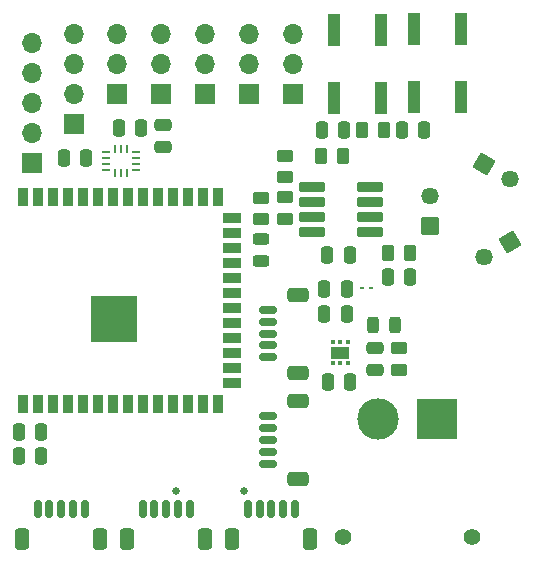
<source format=gbr>
%TF.GenerationSoftware,KiCad,Pcbnew,8.0.3*%
%TF.CreationDate,2024-07-15T22:47:52-04:00*%
%TF.ProjectId,get-a-grip-on-reality,6765742d-612d-4677-9269-702d6f6e2d72,rev?*%
%TF.SameCoordinates,Original*%
%TF.FileFunction,Soldermask,Top*%
%TF.FilePolarity,Negative*%
%FSLAX46Y46*%
G04 Gerber Fmt 4.6, Leading zero omitted, Abs format (unit mm)*
G04 Created by KiCad (PCBNEW 8.0.3) date 2024-07-15 22:47:52*
%MOMM*%
%LPD*%
G01*
G04 APERTURE LIST*
G04 Aperture macros list*
%AMRoundRect*
0 Rectangle with rounded corners*
0 $1 Rounding radius*
0 $2 $3 $4 $5 $6 $7 $8 $9 X,Y pos of 4 corners*
0 Add a 4 corners polygon primitive as box body*
4,1,4,$2,$3,$4,$5,$6,$7,$8,$9,$2,$3,0*
0 Add four circle primitives for the rounded corners*
1,1,$1+$1,$2,$3*
1,1,$1+$1,$4,$5*
1,1,$1+$1,$6,$7*
1,1,$1+$1,$8,$9*
0 Add four rect primitives between the rounded corners*
20,1,$1+$1,$2,$3,$4,$5,0*
20,1,$1+$1,$4,$5,$6,$7,0*
20,1,$1+$1,$6,$7,$8,$9,0*
20,1,$1+$1,$8,$9,$2,$3,0*%
G04 Aperture macros list end*
%ADD10RoundRect,0.102000X0.230230X0.859230X-0.859230X0.230230X-0.230230X-0.859230X0.859230X-0.230230X0*%
%ADD11C,1.462000*%
%ADD12RoundRect,0.250000X0.250000X0.475000X-0.250000X0.475000X-0.250000X-0.475000X0.250000X-0.475000X0*%
%ADD13O,1.700000X1.700000*%
%ADD14R,1.700000X1.700000*%
%ADD15RoundRect,0.250000X-0.650000X0.350000X-0.650000X-0.350000X0.650000X-0.350000X0.650000X0.350000X0*%
%ADD16RoundRect,0.150000X-0.625000X0.150000X-0.625000X-0.150000X0.625000X-0.150000X0.625000X0.150000X0*%
%ADD17RoundRect,0.250000X-0.450000X0.262500X-0.450000X-0.262500X0.450000X-0.262500X0.450000X0.262500X0*%
%ADD18R,1.600000X1.000000*%
%ADD19RoundRect,0.093750X-0.106250X0.093750X-0.106250X-0.093750X0.106250X-0.093750X0.106250X0.093750X0*%
%ADD20RoundRect,0.243750X-0.456250X0.243750X-0.456250X-0.243750X0.456250X-0.243750X0.456250X0.243750X0*%
%ADD21RoundRect,0.250000X-0.250000X-0.475000X0.250000X-0.475000X0.250000X0.475000X-0.250000X0.475000X0*%
%ADD22RoundRect,0.250000X-0.262500X-0.450000X0.262500X-0.450000X0.262500X0.450000X-0.262500X0.450000X0*%
%ADD23RoundRect,0.062500X-0.117500X-0.062500X0.117500X-0.062500X0.117500X0.062500X-0.117500X0.062500X0*%
%ADD24RoundRect,0.250000X0.350000X0.650000X-0.350000X0.650000X-0.350000X-0.650000X0.350000X-0.650000X0*%
%ADD25RoundRect,0.150000X0.150000X0.625000X-0.150000X0.625000X-0.150000X-0.625000X0.150000X-0.625000X0*%
%ADD26R,0.250000X0.675000*%
%ADD27R,0.675000X0.250000*%
%ADD28RoundRect,0.250000X-0.475000X0.250000X-0.475000X-0.250000X0.475000X-0.250000X0.475000X0.250000X0*%
%ADD29R,3.900000X3.900000*%
%ADD30R,0.900000X1.500000*%
%ADD31R,1.500000X0.900000*%
%ADD32RoundRect,0.102000X-0.859230X-0.230230X0.230230X-0.859230X0.859230X0.230230X-0.230230X0.859230X0*%
%ADD33RoundRect,0.243750X0.243750X0.456250X-0.243750X0.456250X-0.243750X-0.456250X0.243750X-0.456250X0*%
%ADD34R,1.000000X2.750000*%
%ADD35RoundRect,0.250000X0.450000X-0.262500X0.450000X0.262500X-0.450000X0.262500X-0.450000X-0.262500X0*%
%ADD36RoundRect,0.102000X0.629000X-0.629000X0.629000X0.629000X-0.629000X0.629000X-0.629000X-0.629000X0*%
%ADD37RoundRect,0.250000X0.262500X0.450000X-0.262500X0.450000X-0.262500X-0.450000X0.262500X-0.450000X0*%
%ADD38RoundRect,0.100500X0.986500X0.301500X-0.986500X0.301500X-0.986500X-0.301500X0.986500X-0.301500X0*%
%ADD39C,3.500000*%
%ADD40R,3.500000X3.500000*%
%ADD41C,1.400000*%
%ADD42C,0.650000*%
G04 APERTURE END LIST*
D10*
%TO.C,D5*%
X83600000Y-52040000D03*
D11*
X81400296Y-53310000D03*
%TD*%
D12*
%TO.C,C8*%
X45775000Y-44875000D03*
X47675000Y-44875000D03*
%TD*%
%TO.C,C6*%
X41975200Y-68066800D03*
X43875200Y-68066800D03*
%TD*%
D13*
%TO.C,J9*%
X57759664Y-34366000D03*
X57759664Y-36906000D03*
D14*
X57759664Y-39446000D03*
%TD*%
D13*
%TO.C,J11*%
X65227000Y-34366000D03*
X65227000Y-36906000D03*
D14*
X65227000Y-39446000D03*
%TD*%
D13*
%TO.C,J10*%
X61493330Y-34366000D03*
X61493330Y-36906000D03*
D14*
X61493330Y-39446000D03*
%TD*%
D15*
%TO.C,J6*%
X65625000Y-63075000D03*
X65625000Y-56475000D03*
D16*
X63100000Y-61775000D03*
X63100000Y-60775000D03*
X63100000Y-59775000D03*
X63100000Y-58775000D03*
X63100000Y-57775000D03*
%TD*%
D17*
%TO.C,R4*%
X64525000Y-46525000D03*
X64525000Y-44700000D03*
%TD*%
D18*
%TO.C,U1*%
X69225000Y-61400000D03*
D19*
X69875000Y-62287500D03*
X69225000Y-62287500D03*
X68575000Y-62287500D03*
X68575000Y-60512500D03*
X69225000Y-60512500D03*
X69875000Y-60512500D03*
%TD*%
D20*
%TO.C,D2*%
X62475000Y-53625000D03*
X62475000Y-51750000D03*
%TD*%
D12*
%TO.C,C5*%
X67847400Y-55992200D03*
X69747400Y-55992200D03*
%TD*%
D21*
%TO.C,C3*%
X69517800Y-42525000D03*
X67617800Y-42525000D03*
%TD*%
D12*
%TO.C,C11*%
X50475000Y-42325000D03*
X52375000Y-42325000D03*
%TD*%
%TO.C,C13*%
X68125000Y-53125000D03*
X70025000Y-53125000D03*
%TD*%
%TO.C,C1*%
X68150000Y-63825000D03*
X70050000Y-63825000D03*
%TD*%
D22*
%TO.C,R1*%
X72883900Y-42525000D03*
X71058900Y-42525000D03*
%TD*%
D23*
%TO.C,D1*%
X71005000Y-55891200D03*
X71845000Y-55891200D03*
%TD*%
D15*
%TO.C,J5*%
X65622400Y-72081200D03*
X65622400Y-65481200D03*
D16*
X63097400Y-70781200D03*
X63097400Y-69781200D03*
X63097400Y-68781200D03*
X63097400Y-67781200D03*
X63097400Y-66781200D03*
%TD*%
D24*
%TO.C,J3*%
X51175000Y-77150000D03*
X57775000Y-77150000D03*
D25*
X52475000Y-74625000D03*
X53475000Y-74625000D03*
X54475000Y-74625000D03*
X55475000Y-74625000D03*
X56475000Y-74625000D03*
%TD*%
D26*
%TO.C,U4*%
X51119200Y-46137500D03*
X50619200Y-46137500D03*
X50119200Y-46137500D03*
D27*
X49356700Y-45875000D03*
X49356700Y-45375000D03*
X49356700Y-44875000D03*
X49356700Y-44375000D03*
D26*
X50119200Y-44112500D03*
X50619200Y-44112500D03*
X51119200Y-44112500D03*
D27*
X51881700Y-44375000D03*
X51881700Y-44875000D03*
X51881700Y-45375000D03*
X51881700Y-45875000D03*
%TD*%
D28*
%TO.C,C9*%
X54200000Y-44000000D03*
X54200000Y-42100000D03*
%TD*%
D21*
%TO.C,C2*%
X76325000Y-42525000D03*
X74425000Y-42525000D03*
%TD*%
D29*
%TO.C,U2*%
X50024000Y-58491000D03*
D30*
X42304000Y-48241000D03*
X43574000Y-48241000D03*
X44844000Y-48241000D03*
X46114000Y-48241000D03*
X47384000Y-48241000D03*
X48654000Y-48241000D03*
X49924000Y-48241000D03*
X51194000Y-48241000D03*
X52464000Y-48241000D03*
X53734000Y-48241000D03*
X55004000Y-48241000D03*
X56274000Y-48241000D03*
X57544000Y-48241000D03*
X58814000Y-48241000D03*
D31*
X60064000Y-50006000D03*
X60064000Y-51276000D03*
X60064000Y-52546000D03*
X60064000Y-53816000D03*
X60064000Y-55086000D03*
X60064000Y-56356000D03*
X60064000Y-57626000D03*
X60064000Y-58896000D03*
X60064000Y-60166000D03*
X60064000Y-61436000D03*
X60064000Y-62706000D03*
X60064000Y-63976000D03*
D30*
X58814000Y-65741000D03*
X57544000Y-65741000D03*
X56274000Y-65741000D03*
X55004000Y-65741000D03*
X53734000Y-65741000D03*
X52464000Y-65741000D03*
X51194000Y-65741000D03*
X49924000Y-65741000D03*
X48654000Y-65741000D03*
X47384000Y-65741000D03*
X46114000Y-65741000D03*
X44844000Y-65741000D03*
X43574000Y-65741000D03*
X42304000Y-65741000D03*
%TD*%
D32*
%TO.C,D6*%
X81400296Y-45405000D03*
D11*
X83600000Y-46675000D03*
%TD*%
D33*
%TO.C,D3*%
X71937500Y-59075000D03*
X73812500Y-59075000D03*
%TD*%
D34*
%TO.C,RESET1*%
X75425000Y-39775000D03*
X75425000Y-34015000D03*
X79425000Y-39775000D03*
X79425000Y-34015000D03*
%TD*%
D12*
%TO.C,C4*%
X67847400Y-58075000D03*
X69747400Y-58075000D03*
%TD*%
D13*
%TO.C,J8*%
X54025998Y-34366000D03*
X54025998Y-36906000D03*
D14*
X54025998Y-39446000D03*
%TD*%
D13*
%TO.C,J1*%
X46675000Y-34375000D03*
X46675000Y-36915000D03*
X46675000Y-39455000D03*
D14*
X46675000Y-41995000D03*
%TD*%
D12*
%TO.C,C7*%
X41980000Y-70100000D03*
X43880000Y-70100000D03*
%TD*%
D13*
%TO.C,J13*%
X43075000Y-35135000D03*
X43075000Y-37675000D03*
X43075000Y-40215000D03*
X43075000Y-42755000D03*
D14*
X43075000Y-45295000D03*
%TD*%
D24*
%TO.C,J2*%
X42275000Y-77155000D03*
X48875000Y-77155000D03*
D25*
X43575000Y-74630000D03*
X44575000Y-74630000D03*
X45575000Y-74630000D03*
X46575000Y-74630000D03*
X47575000Y-74630000D03*
%TD*%
D13*
%TO.C,J7*%
X50292332Y-34366000D03*
X50292332Y-36906000D03*
D14*
X50292332Y-39446000D03*
%TD*%
D35*
%TO.C,R5*%
X64525000Y-48212500D03*
X64525000Y-50037500D03*
%TD*%
%TO.C,R2*%
X62475000Y-48246300D03*
X62475000Y-50071300D03*
%TD*%
D36*
%TO.C,D4*%
X76775000Y-50632500D03*
D11*
X76775000Y-48092500D03*
%TD*%
D37*
%TO.C,R6*%
X73287500Y-52975000D03*
X75112500Y-52975000D03*
%TD*%
D24*
%TO.C,J4*%
X60075000Y-77150000D03*
X66675000Y-77150000D03*
D25*
X61375000Y-74625000D03*
X62375000Y-74625000D03*
X63375000Y-74625000D03*
X64375000Y-74625000D03*
X65375000Y-74625000D03*
%TD*%
D34*
%TO.C,BOOT1*%
X72681800Y-34036400D03*
X72681800Y-39796400D03*
X68681800Y-34036400D03*
X68681800Y-39796400D03*
%TD*%
D28*
%TO.C,C10*%
X72130000Y-62861000D03*
X72130000Y-60961000D03*
%TD*%
D12*
%TO.C,C12*%
X73250000Y-54975000D03*
X75150000Y-54975000D03*
%TD*%
D38*
%TO.C,U5*%
X66780000Y-51205000D03*
X66780000Y-49935000D03*
X66780000Y-48665000D03*
X66780000Y-47395000D03*
X71720000Y-47395000D03*
X71720000Y-48665000D03*
X71720000Y-49935000D03*
X71720000Y-51205000D03*
%TD*%
D37*
%TO.C,R7*%
X67612500Y-44725000D03*
X69437500Y-44725000D03*
%TD*%
D17*
%TO.C,R3*%
X74175000Y-62825000D03*
X74175000Y-61000000D03*
%TD*%
D39*
%TO.C,J12*%
X72400000Y-67025000D03*
D40*
X77400000Y-67025000D03*
D41*
X80400000Y-77025000D03*
X69400000Y-77025000D03*
%TD*%
D42*
%TO.C,P1*%
X55260000Y-73120000D03*
X61040000Y-73120000D03*
%TD*%
M02*

</source>
